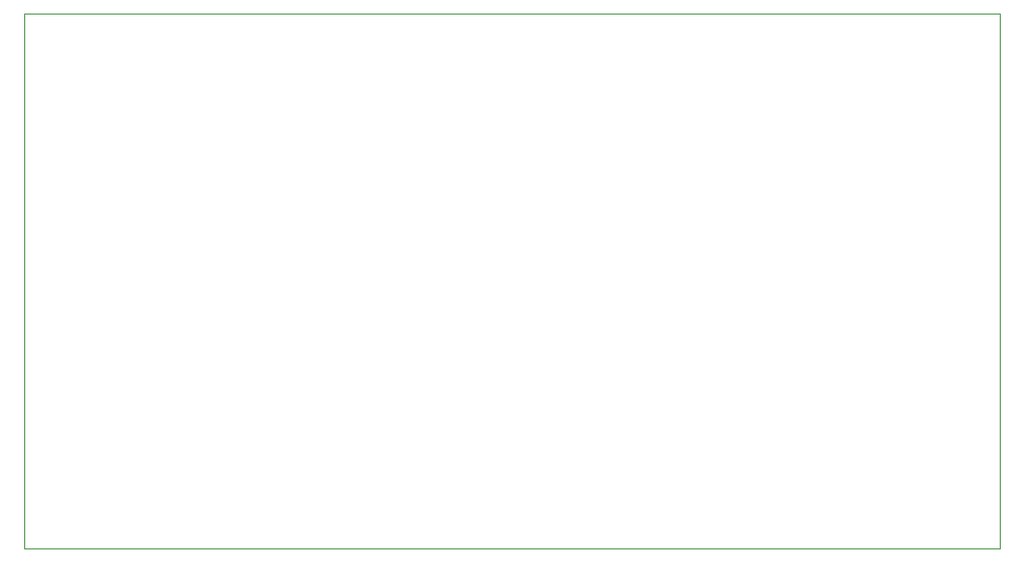
<source format=gbr>
%TF.GenerationSoftware,KiCad,Pcbnew,9.0.6*%
%TF.CreationDate,2025-12-15T23:37:31+00:00*%
%TF.ProjectId,Macropad,4d616372-6f70-4616-942e-6b696361645f,rev?*%
%TF.SameCoordinates,Original*%
%TF.FileFunction,Profile,NP*%
%FSLAX46Y46*%
G04 Gerber Fmt 4.6, Leading zero omitted, Abs format (unit mm)*
G04 Created by KiCad (PCBNEW 9.0.6) date 2025-12-15 23:37:31*
%MOMM*%
%LPD*%
G01*
G04 APERTURE LIST*
%TA.AperFunction,Profile*%
%ADD10C,0.050000*%
%TD*%
G04 APERTURE END LIST*
D10*
X108800000Y-22800000D02*
X193900000Y-22800000D01*
X193900000Y-69500000D01*
X108800000Y-69500000D01*
X108800000Y-22800000D01*
M02*

</source>
